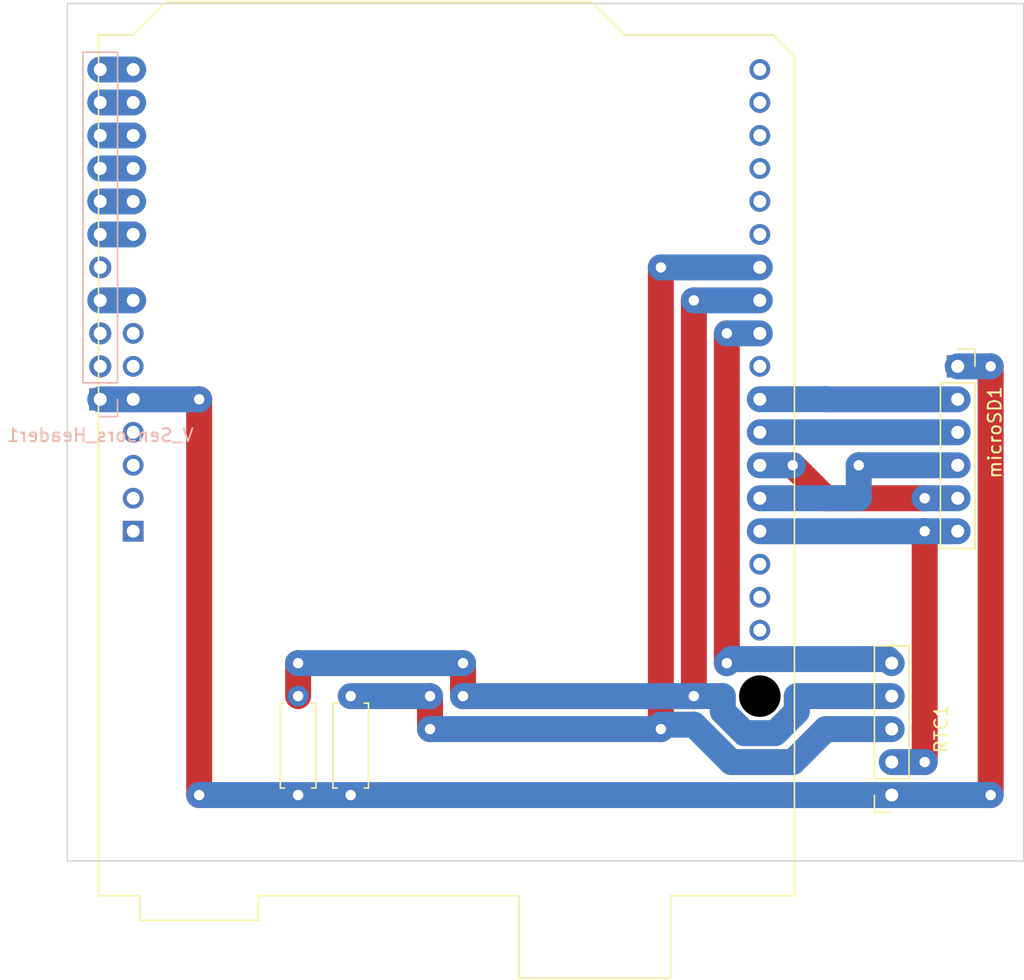
<source format=kicad_pcb>
(kicad_pcb (version 20211014) (generator pcbnew)
  (title_block (title "Arduino Shield za DS1302 i MicroSD modul") (date "18.06.2024.") (rev "3") (company "Fakultet tehnickih nauka u Novom Sadu"))
  (layers (0 "F.Cu" signal) (31 "B.Cu" signal) (34 "B.Paste" user) (35 "F.Paste" user) (36 "B.SilkS" user "B.Silkscreen") (37 "F.SilkS" user "F.Silkscreen") (38 "B.Mask" user) (39 "F.Mask" user) (44 "Edge.Cuts" user))
  (net 0 "")
  (net 1 "/SCK")
  (net 6 "+5V")
  (net 7 "/VIN")
  (net 8 "GND")
  (net 15 "/D21")
  (net 16 "/D22")
  (net 17 "/D23")
  (net 18 "/SS")
  (net 19 "/MOSI")
  (net 20 "/MISO")
  (net 26 "GND1")
  (net 27 "Net-(Arduino1-Pad9)")
  (net 28 "Net-(Arduino1-Pad10)")
  (net 29 "Net-(Arduino1-Pad11)")
  (net 30 "Net-(Arduino1-Pad12)")
  (net 31 "Net-(Arduino1-Pad13)")
  (net 32 "Net-(Arduino1-Pad14)")
  (footprint "Connector_PinSocket_2.54mm:PinSocket_1x06_P2.54mm_Vertical" (layer "F.Cu") (at 179.07 96.52)
    (fp_text reference "microSD1" (at 2.8575 5.08 90) (layer "F.SilkS"))
    (fp_text value "Conn_01x06_Female" hide)
    (fp_line (start -1.33 1.27) (end 1.33 1.27) (layer "F.SilkS") (width 0.12))
    (fp_line (start 1.33 -1.33) (end 1.33 0) (layer "F.SilkS") (width 0.12))
    (fp_line (start -1.33 1.27) (end -1.33 14.03) (layer "F.SilkS") (width 0.12))
    (fp_line (start 1.33 1.27) (end 1.33 14.03) (layer "F.SilkS") (width 0.12))
    (fp_line (start -1.33 14.03) (end 1.33 14.03) (layer "F.SilkS") (width 0.12))
    (fp_line (start 0 -1.33) (end 1.33 -1.33) (layer "F.SilkS") (width 0.12))
    (pad "1" thru_hole rect (at 0 0) (size 1.7 1.7) (drill 1) (layers *.Cu *.Mask) (net 6 "+5V"))
    (pad "2" thru_hole oval (at 0 2.54) (size 1.7 1.7) (drill 1) (layers *.Cu *.Mask) (net 18 "/SS"))
    (pad "3" thru_hole oval (at 0 5.08) (size 1.7 1.7) (drill 1) (layers *.Cu *.Mask) (net 19 "/MOSI"))
    (pad "4" thru_hole oval (at 0 7.62) (size 1.7 1.7) (drill 1) (layers *.Cu *.Mask) (net 1 "/SCK"))
    (pad "5" thru_hole oval (at 0 10.16) (size 1.7 1.7) (drill 1) (layers *.Cu *.Mask) (net 20 "/MISO"))
    (pad "6" thru_hole oval (at 0 12.7) (size 1.7 1.7) (drill 1) (layers *.Cu *.Mask) (net 26 "GND1"))
  )
  (footprint "For_Rasterboard:Arduino_UNO_R3_WithMountingHoles_Snapped_to_P2.54mm" (layer "F.Cu") (at 115.57 109.22 90)
    (fp_text reference "Arduino1" hide)
    (fp_text value "Arduino UNO R3")
    (fp_line (start -28.07 41.4) (end -28.07 50.93) (layer "F.SilkS") (width 0.12))
    (fp_line (start -28.07 50.93) (end 36.58 50.93) (layer "F.SilkS") (width 0.12))
    (fp_line (start -28.07 0.51) (end -29.97 0.51) (layer "F.SilkS") (width 0.12))
    (fp_line (start 38.23 49.28) (end 38.23 37.85) (layer "F.SilkS") (width 0.12))
    (fp_line (start 40.77 2.54) (end 38.23 0) (layer "F.SilkS") (width 0.12))
    (fp_line (start 38.23 0) (end 38.23 -2.67) (layer "F.SilkS") (width 0.12))
    (fp_line (start -29.97 0.51) (end -29.97 9.65) (layer "F.SilkS") (width 0.12))
    (fp_line (start -28.07 29.72) (end -34.42 29.72) (layer "F.SilkS") (width 0.12))
    (fp_line (start -28.07 -2.67) (end -28.07 0.51) (layer "F.SilkS") (width 0.12))
    (fp_line (start 38.23 37.85) (end 40.77 35.31) (layer "F.SilkS") (width 0.12))
    (fp_line (start 38.23 -2.67) (end -28.07 -2.67) (layer "F.SilkS") (width 0.12))
    (fp_line (start -34.42 29.72) (end -34.42 41.4) (layer "F.SilkS") (width 0.12))
    (fp_line (start -29.97 9.65) (end -28.07 9.65) (layer "F.SilkS") (width 0.12))
    (fp_line (start -28.07 9.65) (end -28.07 29.72) (layer "F.SilkS") (width 0.12))
    (fp_line (start 36.58 50.93) (end 38.23 49.28) (layer "F.SilkS") (width 0.12))
    (fp_line (start 40.77 35.31) (end 40.77 2.54) (layer "F.SilkS") (width 0.12))
    (fp_line (start -34.42 41.4) (end -28.07 41.4) (layer "F.SilkS") (width 0.12))
    (pad "" np_thru_hole circle (at 38.1 5.08 180) (size 3.2 3.2) (drill 3.2) (layers *.Cu *.Mask))
    (pad "" np_thru_hole circle (at -13.97 0 180) (size 3.2 3.2) (drill 3.2) (layers *.Cu *.Mask))
    (pad "" np_thru_hole circle (at 38.1 33.02 180) (size 3.2 3.2) (drill 3.2) (layers *.Cu *.Mask))
    (pad "" np_thru_hole circle (at -12.7 48.26 180) (size 3.2 3.2) (drill 3.2) (layers *.Mask))
    (pad "1" thru_hole rect (at 0 0 180) (size 1.6 1.6) (drill 1) (layers *.Cu *.Mask))
    (pad "2" thru_hole oval (at 2.54 0 180) (size 1.6 1.6) (drill 1) (layers *.Cu *.Mask))
    (pad "3" thru_hole oval (at 5.08 0 180) (size 1.6 1.6) (drill 1) (layers *.Cu *.Mask))
    (pad "4" thru_hole oval (at 7.62 0 180) (size 1.6 1.6) (drill 1) (layers *.Cu *.Mask))
    (pad "5" thru_hole oval (at 10.16 0 180) (size 1.6 1.6) (drill 1) (layers *.Cu *.Mask) (net 6 "+5V"))
    (pad "6" thru_hole oval (at 12.7 0 180) (size 1.6 1.6) (drill 1) (layers *.Cu *.Mask) (net 8 "GND"))
    (pad "7" thru_hole oval (at 15.24 0 180) (size 1.6 1.6) (drill 1) (layers *.Cu *.Mask))
    (pad "8" thru_hole oval (at 17.78 0 180) (size 1.6 1.6) (drill 1) (layers *.Cu *.Mask) (net 7 "/VIN"))
    (pad "9" thru_hole oval (at 22.86 0 180) (size 1.6 1.6) (drill 1) (layers *.Cu *.Mask) (net 27 "Net-(Arduino1-Pad9)"))
    (pad "10" thru_hole oval (at 25.4 0 180) (size 1.6 1.6) (drill 1) (layers *.Cu *.Mask) (net 28 "Net-(Arduino1-Pad10)"))
    (pad "11" thru_hole oval (at 27.94 0 180) (size 1.6 1.6) (drill 1) (layers *.Cu *.Mask) (net 29 "Net-(Arduino1-Pad11)"))
    (pad "12" thru_hole oval (at 30.48 0 180) (size 1.6 1.6) (drill 1) (layers *.Cu *.Mask) (net 30 "Net-(Arduino1-Pad12)"))
    (pad "13" thru_hole oval (at 33.02 0 180) (size 1.6 1.6) (drill 1) (layers *.Cu *.Mask) (net 31 "Net-(Arduino1-Pad13)"))
    (pad "14" thru_hole oval (at 35.56 0 180) (size 1.6 1.6) (drill 1) (layers *.Cu *.Mask) (net 32 "Net-(Arduino1-Pad14)"))
    (pad "15" thru_hole oval (at 35.56 48.26 180) (size 1.6 1.6) (drill 1) (layers *.Cu *.Mask))
    (pad "16" thru_hole oval (at 33.02 48.26 180) (size 1.6 1.6) (drill 1) (layers *.Cu *.Mask))
    (pad "17" thru_hole oval (at 30.48 48.26 180) (size 1.6 1.6) (drill 1) (layers *.Cu *.Mask))
    (pad "18" thru_hole oval (at 27.94 48.26 180) (size 1.6 1.6) (drill 1) (layers *.Cu *.Mask))
    (pad "19" thru_hole oval (at 25.4 48.26 180) (size 1.6 1.6) (drill 1) (layers *.Cu *.Mask))
    (pad "20" thru_hole oval (at 22.86 48.26 180) (size 1.6 1.6) (drill 1) (layers *.Cu *.Mask))
    (pad "21" thru_hole oval (at 20.32 48.26 180) (size 1.6 1.6) (drill 1) (layers *.Cu *.Mask) (net 15 "/D21"))
    (pad "22" thru_hole oval (at 17.78 48.26 180) (size 1.6 1.6) (drill 1) (layers *.Cu *.Mask) (net 16 "/D22"))
    (pad "23" thru_hole oval (at 15.24 48.26 180) (size 1.6 1.6) (drill 1) (layers *.Cu *.Mask) (net 17 "/D23"))
    (pad "24" thru_hole oval (at 12.7 48.26 180) (size 1.6 1.6) (drill 1) (layers *.Cu *.Mask))
    (pad "25" thru_hole oval (at 10.16 48.26 180) (size 1.6 1.6) (drill 1) (layers *.Cu *.Mask) (net 18 "/SS"))
    (pad "26" thru_hole oval (at 7.62 48.26 180) (size 1.6 1.6) (drill 1) (layers *.Cu *.Mask) (net 19 "/MOSI"))
    (pad "27" thru_hole oval (at 5.08 48.26 180) (size 1.6 1.6) (drill 1) (layers *.Cu *.Mask) (net 20 "/MISO"))
    (pad "28" thru_hole oval (at 2.54 48.26 180) (size 1.6 1.6) (drill 1) (layers *.Cu *.Mask) (net 1 "/SCK"))
    (pad "29" thru_hole oval (at 0 48.26 180) (size 1.6 1.6) (drill 1) (layers *.Cu *.Mask) (net 26 "GND1"))
    (pad "30" thru_hole oval (at -2.54 48.26 180) (size 1.6 1.6) (drill 1) (layers *.Cu *.Mask))
    (pad "31" thru_hole oval (at -5.08 48.26 180) (size 1.6 1.6) (drill 1) (layers *.Cu *.Mask))
    (pad "32" thru_hole oval (at -7.62 48.26 180) (size 1.6 1.6) (drill 1) (layers *.Cu *.Mask))
  )
  (footprint "Resistor_THT:R_Axial_DIN0207_L6.3mm_D2.5mm_P7.62mm_Horizontal" (layer "F.Cu") (at 128.27 121.92 -90)
    (fp_text reference "R2" hide)
    (fp_text value "4K7")
    (fp_line (start 7.08 -1.37) (end 7.08 -1.04) (layer "F.SilkS") (width 0.12))
    (fp_line (start 0.54 -1.37) (end 7.08 -1.37) (layer "F.SilkS") (width 0.12))
    (fp_line (start 0.54 1.37) (end 7.08 1.37) (layer "F.SilkS") (width 0.12))
    (fp_line (start 7.08 1.37) (end 7.08 1.04) (layer "F.SilkS") (width 0.12))
    (fp_line (start 0.54 -1.04) (end 0.54 -1.37) (layer "F.SilkS") (width 0.12))
    (fp_line (start 0.54 1.04) (end 0.54 1.37) (layer "F.SilkS") (width 0.12))
    (pad "1" thru_hole circle (at 0 0 270) (size 1.6 1.6) (drill 0.8) (layers *.Cu *.Mask) (net 16 "/D22"))
    (pad "2" thru_hole oval (at 7.62 0 270) (size 1.6 1.6) (drill 0.8) (layers *.Cu *.Mask) (net 6 "+5V"))
  )
  (footprint "Resistor_THT:R_Axial_DIN0207_L6.3mm_D2.5mm_P7.62mm_Horizontal" (layer "F.Cu") (at 132.32 121.92 -90)
    (fp_text reference "R1" hide)
    (fp_text value "4K7")
    (fp_line (start 0.54 -1.37) (end 7.08 -1.37) (layer "F.SilkS") (width 0.12))
    (fp_line (start 0.54 1.37) (end 7.08 1.37) (layer "F.SilkS") (width 0.12))
    (fp_line (start 7.08 -1.37) (end 7.08 -1.04) (layer "F.SilkS") (width 0.12))
    (fp_line (start 0.54 -1.04) (end 0.54 -1.37) (layer "F.SilkS") (width 0.12))
    (fp_line (start 7.08 1.37) (end 7.08 1.04) (layer "F.SilkS") (width 0.12))
    (fp_line (start 0.54 1.04) (end 0.54 1.37) (layer "F.SilkS") (width 0.12))
    (pad "1" thru_hole circle (at 0 0 270) (size 1.6 1.6) (drill 0.8) (layers *.Cu *.Mask) (net 15 "/D21"))
    (pad "2" thru_hole oval (at 7.62 0 270) (size 1.6 1.6) (drill 0.8) (layers *.Cu *.Mask) (net 6 "+5V"))
  )
  (footprint "Connector_PinSocket_2.54mm:PinSocket_1x05_P2.54mm_Vertical" (layer "F.Cu") (at 173.99 129.54 180)
    (fp_text reference "RTC1" (at -3.81 5.08 90) (layer "F.SilkS"))
    (fp_text value "Conn_01x05_Female" hide)
    (fp_line (start -1.33 1.27) (end -1.33 11.49) (layer "F.SilkS") (width 0.12))
    (fp_line (start -1.33 11.49) (end 1.33 11.49) (layer "F.SilkS") (width 0.12))
    (fp_line (start 1.33 1.27) (end 1.33 11.49) (layer "F.SilkS") (width 0.12))
    (fp_line (start 0 -1.33) (end 1.33 -1.33) (layer "F.SilkS") (width 0.12))
    (fp_line (start -1.33 1.27) (end 1.33 1.27) (layer "F.SilkS") (width 0.12))
    (fp_line (start 1.33 -1.33) (end 1.33 0) (layer "F.SilkS") (width 0.12))
    (pad "1" thru_hole rect (at 0 0 180) (size 1.7 1.7) (drill 1) (layers *.Cu *.Mask) (net 6 "+5V"))
    (pad "2" thru_hole oval (at 0 2.54 180) (size 1.7 1.7) (drill 1) (layers *.Cu *.Mask) (net 26 "GND1"))
    (pad "3" thru_hole oval (at 0 5.08 180) (size 1.7 1.7) (drill 1) (layers *.Cu *.Mask) (net 15 "/D21"))
    (pad "4" thru_hole oval (at 0 7.62 180) (size 1.7 1.7) (drill 1) (layers *.Cu *.Mask) (net 16 "/D22"))
    (pad "5" thru_hole oval (at 0 10.16 180) (size 1.7 1.7) (drill 1) (layers *.Cu *.Mask) (net 17 "/D23"))
  )
  (footprint "Connector_PinSocket_2.54mm:PinSocket_1x11_P2.54mm_Vertical" (layer "B.Cu") (at 113.03 99.06)
    (fp_text reference "V_Sensors_Header1" (at 0 2.77) (layer "B.SilkS") (effects (justify mirror)))
    (fp_text value "Conn_01x11_Female")
    (fp_line (start -1.33 -26.73) (end 1.33 -26.73) (layer "B.SilkS") (width 0.12))
    (fp_line (start 1.33 1.33) (end 1.33 0) (layer "B.SilkS") (width 0.12))
    (fp_line (start -1.33 -1.27) (end 1.33 -1.27) (layer "B.SilkS") (width 0.12))
    (fp_line (start -1.33 -1.27) (end -1.33 -26.73) (layer "B.SilkS") (width 0.12))
    (fp_line (start 0 1.33) (end 1.33 1.33) (layer "B.SilkS") (width 0.12))
    (fp_line (start 1.33 -1.27) (end 1.33 -26.73) (layer "B.SilkS") (width 0.12))
    (pad "1" thru_hole rect (at 0 0) (size 1.7 1.7) (drill 1) (layers *.Cu *.Mask) (net 6 "+5V"))
    (pad "2" thru_hole oval (at 0 -2.54) (size 1.7 1.7) (drill 1) (layers *.Cu *.Mask) (net 8 "GND"))
    (pad "3" thru_hole oval (at 0 -5.08) (size 1.7 1.7) (drill 1) (layers *.Cu *.Mask) (net 8 "GND"))
    (pad "4" thru_hole oval (at 0 -7.62) (size 1.7 1.7) (drill 1) (layers *.Cu *.Mask) (net 7 "/VIN"))
    (pad "5" thru_hole oval (at 0 -10.16) (size 1.7 1.7) (drill 1) (layers *.Cu *.Mask))
    (pad "6" thru_hole oval (at 0 -12.7) (size 1.7 1.7) (drill 1) (layers *.Cu *.Mask) (net 27 "Net-(Arduino1-Pad9)"))
    (pad "7" thru_hole oval (at 0 -15.24) (size 1.7 1.7) (drill 1) (layers *.Cu *.Mask) (net 28 "Net-(Arduino1-Pad10)"))
    (pad "8" thru_hole oval (at 0 -17.78) (size 1.7 1.7) (drill 1) (layers *.Cu *.Mask) (net 29 "Net-(Arduino1-Pad11)"))
    (pad "9" thru_hole oval (at 0 -20.32) (size 1.7 1.7) (drill 1) (layers *.Cu *.Mask) (net 30 "Net-(Arduino1-Pad12)"))
    (pad "10" thru_hole oval (at 0 -22.86) (size 1.7 1.7) (drill 1) (layers *.Cu *.Mask) (net 31 "Net-(Arduino1-Pad13)"))
    (pad "11" thru_hole oval (at 0 -25.4) (size 1.7 1.7) (drill 1) (layers *.Cu *.Mask) (net 32 "Net-(Arduino1-Pad14)"))
  )
  (gr_rect (start 184.15 134.62) (end 110.49 68.58) (layer "Edge.Cuts") (width 0.1) (fill none))
  (via (at 171.45 104.14) (size 2) (drill 0.8) (layers "F.Cu" "B.Cu") (net 1))
  (segment (start 163.83 106.68) (end 171.45 106.68) (width 2) (layer "B.Cu") (net 1))
  (segment (start 171.45 104.14) (end 171.45 106.68) (width 2) (layer "B.Cu") (net 1))
  (segment (start 171.45 104.14) (end 179.07 104.14) (width 2) (layer "B.Cu") (net 1))
  (segment (start 181.61 129.54) (end 181.61 96.52) (width 2) (layer "F.Cu") (net 6))
  (segment (start 120.65 99.06) (end 120.65 129.54) (width 2) (layer "F.Cu") (net 6))
  (via (at 120.65 99.06) (size 2) (drill 0.8) (layers "F.Cu" "B.Cu") (net 6))
  (via (at 181.61 129.54) (size 2) (drill 0.8) (layers "F.Cu" "B.Cu") (net 6))
  (via (at 181.61 96.52) (size 2) (drill 0.8) (layers "F.Cu" "B.Cu") (net 6))
  (via (at 120.65 129.54) (size 2) (drill 0.8) (layers "F.Cu" "B.Cu") (net 6))
  (segment (start 179.07 96.52) (end 181.61 96.52) (width 2) (layer "B.Cu") (net 6))
  (segment (start 113.03 99.06) (end 115.57 99.06) (width 2) (layer "B.Cu") (net 6))
  (segment (start 120.65 129.54) (end 181.61 129.54) (width 2) (layer "B.Cu") (net 6))
  (segment (start 115.57 99.06) (end 120.65 99.06) (width 2) (layer "B.Cu") (net 6))
  (segment (start 113.03 91.44) (end 115.57 91.44) (width 2) (layer "B.Cu") (net 7))
  (segment (start 156.21 88.9) (end 156.21 124.46) (width 2) (layer "F.Cu") (net 15))
  (segment (start 138.43 121.92) (end 138.43 124.46) (width 2) (layer "F.Cu") (net 15))
  (via (at 156.21 124.46) (size 2) (drill 0.8) (layers "F.Cu" "B.Cu") (net 15))
  (via (at 138.43 121.92) (size 2) (drill 0.8) (layers "F.Cu" "B.Cu") (net 15))
  (via (at 138.43 124.46) (size 2) (drill 0.8) (layers "F.Cu" "B.Cu") (net 15))
  (via (at 156.21 88.9) (size 2) (drill 0.8) (layers "F.Cu" "B.Cu") (net 15))
  (segment (start 173.99 124.46) (end 168.91 124.46) (width 2) (layer "B.Cu") (net 15))
  (segment (start 163.83 88.9) (end 156.21 88.9) (width 2) (layer "B.Cu") (net 15))
  (segment (start 138.43 124.46) (end 156.21 124.46) (width 2) (layer "B.Cu") (net 15))
  (segment (start 158.75 124.12) (end 156.21 124.12) (width 2) (layer "B.Cu") (net 15))
  (segment (start 132.32 121.92) (end 138.43 121.92) (width 2) (layer "B.Cu") (net 15))
  (segment (start 168.91 124.46) (end 166.37 127) (width 2) (layer "B.Cu") (net 15))
  (segment (start 161.63 127) (end 158.75 124.12) (width 2) (layer "B.Cu") (net 15))
  (segment (start 166.37 127) (end 161.63 127) (width 2) (layer "B.Cu") (net 15))
  (segment (start 140.97 119.38) (end 140.97 121.92) (width 2) (layer "F.Cu") (net 16))
  (segment (start 158.75 91.44) (end 158.75 121.92) (width 2) (layer "F.Cu") (net 16))
  (segment (start 128.27 121.92) (end 128.27 119.38) (width 2) (layer "F.Cu") (net 16))
  (via (at 140.97 119.38) (size 2) (drill 0.8) (layers "F.Cu" "B.Cu") (net 16))
  (via (at 128.27 119.38) (size 2) (drill 0.8) (layers "F.Cu" "B.Cu") (net 16))
  (via (at 140.97 121.92) (size 2) (drill 0.8) (layers "F.Cu" "B.Cu") (net 16))
  (via (at 158.75 121.92) (size 2) (drill 0.8) (layers "F.Cu" "B.Cu") (net 16))
  (via (at 158.75 91.44) (size 2) (drill 0.8) (layers "F.Cu" "B.Cu") (net 16))
  (segment (start 166.680001 121.92) (end 166.680001 123.10051) (width 2) (layer "B.Cu") (net 16))
  (segment (start 163.83 91.44) (end 158.75 91.44) (width 2) (layer "B.Cu") (net 16))
  (segment (start 160.979999 121.92) (end 158.75 121.92) (width 2) (layer "B.Cu") (net 16))
  (segment (start 165.01051 124.770001) (end 162.64949 124.770001) (width 2) (layer "B.Cu") (net 16))
  (segment (start 166.680001 123.10051) (end 165.01051 124.770001) (width 2) (layer "B.Cu") (net 16))
  (segment (start 162.64949 124.770001) (end 160.979999 123.10051) (width 2) (layer "B.Cu") (net 16))
  (segment (start 128.27 119.38) (end 140.97 119.38) (width 2) (layer "B.Cu") (net 16))
  (segment (start 160.979999 123.10051) (end 160.979999 121.92) (width 2) (layer "B.Cu") (net 16))
  (segment (start 173.99 121.92) (end 166.680001 121.92) (width 2) (layer "B.Cu") (net 16))
  (segment (start 140.97 121.92) (end 158.75 121.92) (width 2) (layer "B.Cu") (net 16))
  (segment (start 161.29 119.38) (end 161.29 93.98) (width 2) (layer "F.Cu") (net 17))
  (via (at 161.29 93.98) (size 2) (drill 0.8) (layers "F.Cu" "B.Cu") (net 17))
  (via (at 161.29 119.38) (size 2) (drill 0.8) (layers "F.Cu" "B.Cu") (net 17))
  (segment (start 173.679999 119.069999) (end 161.600001 119.069999) (width 2) (layer "B.Cu") (net 17))
  (segment (start 161.600001 119.069999) (end 161.29 119.38) (width 2) (layer "B.Cu") (net 17))
  (segment (start 163.83 93.98) (end 161.29 93.98) (width 2) (layer "B.Cu") (net 17))
  (segment (start 173.99 119.38) (end 173.679999 119.069999) (width 2) (layer "B.Cu") (net 17))
  (segment (start 168.9 99.05) (end 168.91 99.06) (width 2) (layer "B.Cu") (net 18))
  (segment (start 168.91 99.06) (end 179.07 99.06) (width 2) (layer "B.Cu") (net 18))
  (segment (start 163.83 99.05) (end 168.9 99.05) (width 2) (layer "B.Cu") (net 18))
  (segment (start 163.83 101.6) (end 179.07 101.6) (width 2) (layer "B.Cu") (net 19))
  (segment (start 176.53 106.68) (end 168.91 106.68) (width 2) (layer "F.Cu") (net 20))
  (segment (start 168.91 106.68) (end 166.37 104.14) (width 2) (layer "F.Cu") (net 20))
  (via (at 166.37 104.14) (size 2) (drill 0.8) (layers "F.Cu" "B.Cu") (net 20))
  (via (at 176.53 106.68) (size 2) (drill 0.8) (layers "F.Cu" "B.Cu") (net 20))
  (segment (start 179.07 106.68) (end 176.53 106.68) (width 2) (layer "B.Cu") (net 20))
  (segment (start 163.83 104.14) (end 166.37 104.14) (width 2) (layer "B.Cu") (net 20))
  (segment (start 176.53 127) (end 176.53 109.22) (width 2) (layer "F.Cu") (net 26))
  (via (at 176.53 127) (size 2) (drill 0.8) (layers "F.Cu" "B.Cu") (net 26))
  (via (at 176.53 109.22) (size 2) (drill 0.8) (layers "F.Cu" "B.Cu") (net 26))
  (segment (start 173.99 127) (end 176.53 127) (width 2) (layer "B.Cu") (net 26))
  (segment (start 179.07 109.22) (end 176.53 109.22) (width 2) (layer "B.Cu") (net 26))
  (segment (start 176.53 109.22) (end 163.83 109.22) (width 2) (layer "B.Cu") (net 26))
  (segment (start 113.03 86.36) (end 115.57 86.36) (width 2) (layer "B.Cu") (net 27))
  (segment (start 113.03 83.82) (end 115.57 83.82) (width 2) (layer "B.Cu") (net 28))
  (segment (start 113.03 81.28) (end 115.57 81.28) (width 2) (layer "B.Cu") (net 29))
  (segment (start 113.03 78.74) (end 115.57 78.74) (width 2) (layer "B.Cu") (net 30))
  (segment (start 113.03 76.2) (end 115.57 76.2) (width 2) (layer "B.Cu") (net 31))
  (segment (start 113.03 73.66) (end 115.57 73.66) (width 2) (layer "B.Cu") (net 32))
)
</source>
